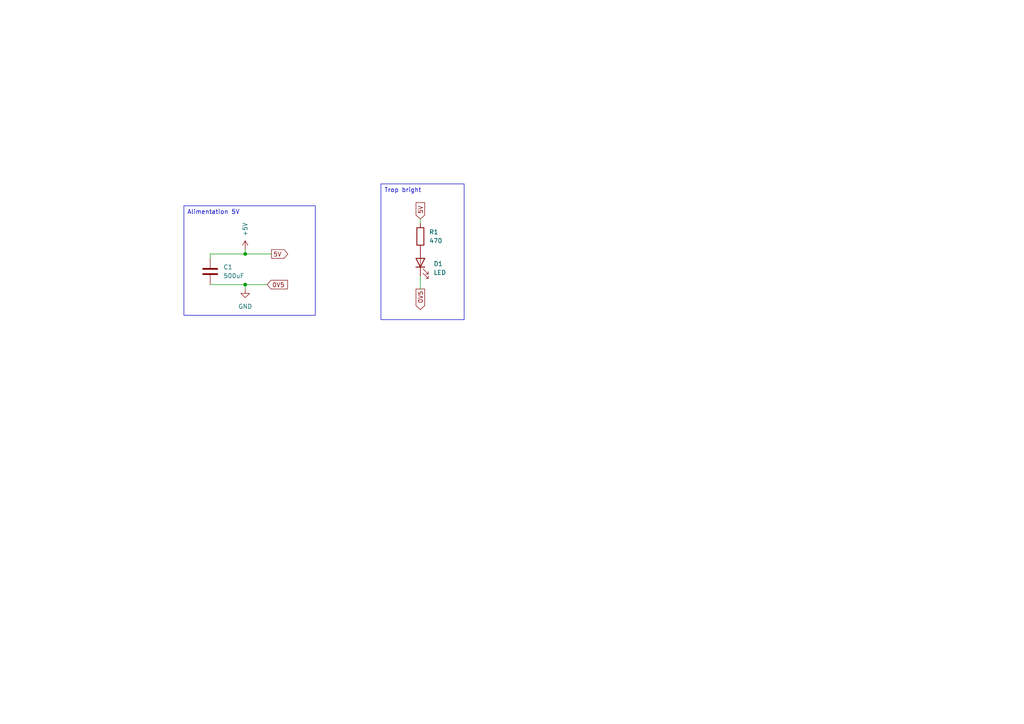
<source format=kicad_sch>
(kicad_sch (version 20231120) (generator "eeschema") (generator_version "8.0")
  (paper "A4")
  (lib_symbols
    (symbol "Device:C" (pin_numbers hide) (pin_names (offset 0.254))
      (property "Reference" "C" (at 0.635 2.54 0))
      (property "Value" "C" (at 0.635 -2.54 0))
      (symbol "C_0_1"
        (polyline (pts (xy -2.032 -0.762) (xy 2.032 -0.762)) (stroke (width 0.508)))
        (polyline (pts (xy -2.032 0.762) (xy 2.032 0.762)) (stroke (width 0.508)))
      )
      (symbol "C_1_1"
        (pin passive line (at 0 3.81 270) (length 2.794) (name "~") (number "1"))
        (pin passive line (at 0 -3.81 90) (length 2.794) (name "~") (number "2"))
      )
    )
    (symbol "Device:LED" (pin_numbers hide) (pin_names (offset 1.016) hide)
      (property "Reference" "D" (at 0 2.54 0))
      (property "Value" "LED" (at 0 -2.54 0))
      (symbol "LED_0_1"
        (polyline (pts (xy -1.27 -1.27) (xy -1.27 1.27)) (stroke (width 0.254)))
        (polyline (pts (xy -1.27 0) (xy 1.27 0)))
        (polyline (pts (xy 1.27 -1.27) (xy 1.27 1.27) (xy -1.27 0) (xy 1.27 -1.27)) (stroke (width 0.254)))
        (polyline (pts (xy -3.048 -0.762) (xy -4.572 -2.286) (xy -3.81 -2.286) (xy -4.572 -2.286) (xy -4.572 -1.524)))
        (polyline (pts (xy -1.778 -0.762) (xy -3.302 -2.286) (xy -2.54 -2.286) (xy -3.302 -2.286) (xy -3.302 -1.524)))
      )
      (symbol "LED_1_1"
        (pin passive line (at -3.81 0 0) (length 2.54) (name "K") (number "1"))
        (pin passive line (at 3.81 0 180) (length 2.54) (name "A") (number "2"))
      )
    )
    (symbol "Device:R" (pin_numbers hide) (pin_names (offset 0))
      (property "Reference" "R" (at 2.032 0 90))
      (property "Value" "R" (at 0 0 90))
      (symbol "R_0_1"
        (rectangle (start -1.016 -2.54) (end 1.016 2.54) (stroke (width 0.254)))
      )
      (symbol "R_1_1"
        (pin passive line (at 0 3.81 270) (length 1.27) (name "~") (number "1"))
        (pin passive line (at 0 -3.81 90) (length 1.27) (name "~") (number "2"))
      )
    )
    (symbol "power:+3.3V" (power) (pin_numbers hide) (pin_names (offset 0) hide)
      (property "Value" "+3.3V" (at 0 3.556 0))
      (symbol "+3.3V_0_1"
        (polyline (pts (xy -0.762 1.27) (xy 0 2.54)))
        (polyline (pts (xy 0 0) (xy 0 2.54)))
        (polyline (pts (xy 0 2.54) (xy 0.762 1.27)))
      )
      (symbol "+3.3V_1_1"
        (pin power_in line (at 0 0 90) (length 0) (name "~") (number "1"))
      )
    )
    (symbol "power:GND" (power) (pin_numbers hide) (pin_names (offset 0) hide)
      (property "Value" "GND" (at 0 -3.81 0))
      (symbol "GND_0_1"
        (polyline (pts (xy 0 0) (xy 0 -1.27) (xy 1.27 -1.27) (xy 0 -2.54) (xy -1.27 -1.27) (xy 0 -1.27)))
      )
      (symbol "GND_1_1"
        (pin power_in line (at 0 0 270) (length 0) (name "~") (number "1"))
      )
    )
  )
  (junction (at 71.12 73.66))
  (junction (at 71.12 82.55))
  (wire (pts (xy 60.96 73.66) (xy 71.12 73.66)))
  (wire (pts (xy 60.96 82.55) (xy 71.12 82.55)))
  (wire (pts (xy 121.92 64.77) (xy 121.92 63.5)))
  (wire (pts (xy 71.12 72.39) (xy 71.12 73.66)))
  (wire (pts (xy 71.12 83.82) (xy 71.12 82.55)))
  (wire (pts (xy 71.12 73.66) (xy 78.74 73.66)))
  (wire (pts (xy 121.92 80.01) (xy 121.92 83.82)))
  (wire (pts (xy 60.96 74.93) (xy 60.96 73.66)))
  (wire (pts (xy 71.12 82.55) (xy 77.47 82.55)))
  (text_box "Alimentation 5V" (at 53.34 59.69 0) (size 38.1 31.75) (effects (font (size 1.27 1.27)) (justify left top)))
  (text_box "Trop bright" (at 110.49 53.34 0) (size 24.13 39.37) (effects (font (size 1.27 1.27)) (justify left top)))
  (global_label "0V5" (shape output) (at 121.92 83.82 270) (property "Intersheetrefs" "${INTERSHEET_REFS}" (effects (hide yes))))
  (global_label "0V5" (shape input) (at 77.47 82.55 0) (property "Intersheetrefs" "${INTERSHEET_REFS}" (effects (hide yes))))
  (global_label "5V" (shape input) (at 121.92 63.5 90) (property "Intersheetrefs" "${INTERSHEET_REFS}" (effects (hide yes))))
  (global_label "5V" (shape output) (at 78.74 73.66 0) (property "Intersheetrefs" "${INTERSHEET_REFS}" (effects (hide yes))))
  (symbol (lib_id "Device:R") (at 121.92 68.58 0) (unit 1)
    (property "Reference" "R1" (at 124.46 67.3099 0) (effects (justify left)))
    (property "Value" "470" (at 124.46 69.8499 0) (effects (justify left)))
    (property "Footprint" "Resistor_SMD:R_0603_1608Metric_Pad0.98x0.95mm_HandSolder" (effects (hide yes)))
    (property "Description" "Resistor" (effects (hide yes)))
  )
  (symbol (lib_id "power:GND") (at 71.12 83.82 0) (unit 1)
    (property "Reference" "#PWR03" (effects (hide yes)))
    (property "Value" "GND" (at 71.12 88.9 0))
    (property "Description" "Power symbol creates a global label with name \"GND\" , ground" (effects (hide yes)))
  )
  (symbol (lib_id "Device:C") (at 60.96 78.74 0) (unit 1)
    (property "Reference" "C1" (at 64.77 77.4699 0) (effects (justify left)))
    (property "Value" "500uF" (at 64.77 80.0099 0) (effects (justify left)))
    (property "Description" "Unpolarized capacitor" (effects (hide yes)))
  )
  (symbol (lib_id "power:+3.3V") (at 71.12 72.39 0) (unit 1)
    (property "Reference" "#PWR01" (effects (hide yes)))
    (property "Value" "+5V" (at 71.12 68.58 90) (effects (justify left)))
    (property "Description" "Power symbol creates a global label with name \"+3.3V\"" (effects (hide yes)))
  )
  (symbol (lib_id "Device:LED") (at 121.92 76.2 90) (unit 1)
    (property "Reference" "D1" (at 125.73 76.5174 90) (effects (justify right)))
    (property "Value" "LED" (at 125.73 79.0574 90) (effects (justify right)))
    (property "Footprint" "LED_THT:LED_D3.0mm_Horizontal_O6.35mm_Z10.0mm" (effects (hide yes)))
    (property "Description" "Light emitting diode" (effects (hide yes)))
  )
)
</source>
